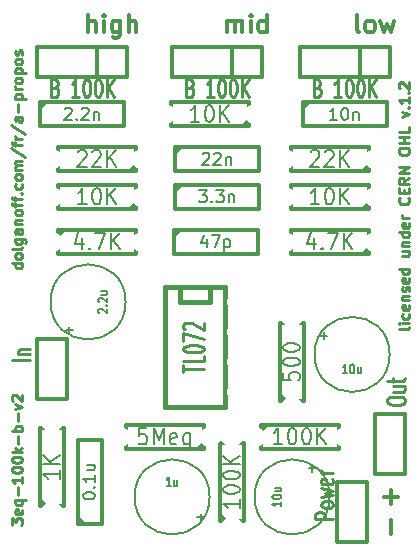
<source format=gto>
%FSLAX46Y46*%
G04 Gerber Fmt 4.6, Leading zero omitted, Abs format (unit mm)*
G04 Created by KiCad (PCBNEW (2014-08-26 BZR 5101)-product) date 01/09/2014 17:31:56*
%MOMM*%
G01*
G04 APERTURE LIST*
%ADD10C,0.100000*%
%ADD11C,0.222250*%
%ADD12C,0.300000*%
%ADD13C,0.304800*%
%ADD14C,0.127000*%
%ADD15C,0.381000*%
%ADD16C,0.203200*%
%ADD17C,0.190500*%
%ADD18C,0.254000*%
%ADD19C,1.778000*%
%ADD20R,1.778000X1.778000*%
%ADD21R,2.286000X1.778000*%
%ADD22O,2.286000X1.778000*%
G04 APERTURE END LIST*
D10*
D11*
X113432167Y-121094501D02*
X113432167Y-120544168D01*
X113770833Y-120840501D01*
X113770833Y-120713501D01*
X113813167Y-120628834D01*
X113855500Y-120586501D01*
X113940167Y-120544168D01*
X114151833Y-120544168D01*
X114236500Y-120586501D01*
X114278833Y-120628834D01*
X114321167Y-120713501D01*
X114321167Y-120967501D01*
X114278833Y-121052168D01*
X114236500Y-121094501D01*
X114278833Y-119824501D02*
X114321167Y-119909167D01*
X114321167Y-120078501D01*
X114278833Y-120163167D01*
X114194167Y-120205501D01*
X113855500Y-120205501D01*
X113770833Y-120163167D01*
X113728500Y-120078501D01*
X113728500Y-119909167D01*
X113770833Y-119824501D01*
X113855500Y-119782167D01*
X113940167Y-119782167D01*
X114024833Y-120205501D01*
X113728500Y-119020167D02*
X114617500Y-119020167D01*
X114278833Y-119020167D02*
X114321167Y-119104834D01*
X114321167Y-119274167D01*
X114278833Y-119358834D01*
X114236500Y-119401167D01*
X114151833Y-119443501D01*
X113897833Y-119443501D01*
X113813167Y-119401167D01*
X113770833Y-119358834D01*
X113728500Y-119274167D01*
X113728500Y-119104834D01*
X113770833Y-119020167D01*
X113982500Y-118596834D02*
X113982500Y-117919501D01*
X114321167Y-117030501D02*
X114321167Y-117538501D01*
X114321167Y-117284501D02*
X113432167Y-117284501D01*
X113559167Y-117369167D01*
X113643833Y-117453834D01*
X113686167Y-117538501D01*
X113432167Y-116480167D02*
X113432167Y-116395500D01*
X113474500Y-116310834D01*
X113516833Y-116268500D01*
X113601500Y-116226167D01*
X113770833Y-116183834D01*
X113982500Y-116183834D01*
X114151833Y-116226167D01*
X114236500Y-116268500D01*
X114278833Y-116310834D01*
X114321167Y-116395500D01*
X114321167Y-116480167D01*
X114278833Y-116564834D01*
X114236500Y-116607167D01*
X114151833Y-116649500D01*
X113982500Y-116691834D01*
X113770833Y-116691834D01*
X113601500Y-116649500D01*
X113516833Y-116607167D01*
X113474500Y-116564834D01*
X113432167Y-116480167D01*
X113432167Y-115633500D02*
X113432167Y-115548833D01*
X113474500Y-115464167D01*
X113516833Y-115421833D01*
X113601500Y-115379500D01*
X113770833Y-115337167D01*
X113982500Y-115337167D01*
X114151833Y-115379500D01*
X114236500Y-115421833D01*
X114278833Y-115464167D01*
X114321167Y-115548833D01*
X114321167Y-115633500D01*
X114278833Y-115718167D01*
X114236500Y-115760500D01*
X114151833Y-115802833D01*
X113982500Y-115845167D01*
X113770833Y-115845167D01*
X113601500Y-115802833D01*
X113516833Y-115760500D01*
X113474500Y-115718167D01*
X113432167Y-115633500D01*
X114321167Y-114956166D02*
X113432167Y-114956166D01*
X113982500Y-114871500D02*
X114321167Y-114617500D01*
X113728500Y-114617500D02*
X114067167Y-114956166D01*
X113982500Y-114236499D02*
X113982500Y-113559166D01*
X114321167Y-113135832D02*
X113432167Y-113135832D01*
X113770833Y-113135832D02*
X113728500Y-113051166D01*
X113728500Y-112881832D01*
X113770833Y-112797166D01*
X113813167Y-112754832D01*
X113897833Y-112712499D01*
X114151833Y-112712499D01*
X114236500Y-112754832D01*
X114278833Y-112797166D01*
X114321167Y-112881832D01*
X114321167Y-113051166D01*
X114278833Y-113135832D01*
X113982500Y-112331499D02*
X113982500Y-111654166D01*
X113728500Y-111315499D02*
X114321167Y-111103832D01*
X113728500Y-110892166D01*
X113516833Y-110595833D02*
X113474500Y-110553499D01*
X113432167Y-110468833D01*
X113432167Y-110257166D01*
X113474500Y-110172499D01*
X113516833Y-110130166D01*
X113601500Y-110087833D01*
X113686167Y-110087833D01*
X113813167Y-110130166D01*
X114321167Y-110638166D01*
X114321167Y-110087833D01*
X114321167Y-98975330D02*
X113432167Y-98975330D01*
X114278833Y-98975330D02*
X114321167Y-99059997D01*
X114321167Y-99229330D01*
X114278833Y-99313997D01*
X114236500Y-99356330D01*
X114151833Y-99398664D01*
X113897833Y-99398664D01*
X113813167Y-99356330D01*
X113770833Y-99313997D01*
X113728500Y-99229330D01*
X113728500Y-99059997D01*
X113770833Y-98975330D01*
X114321167Y-98424997D02*
X114278833Y-98509664D01*
X114236500Y-98551997D01*
X114151833Y-98594331D01*
X113897833Y-98594331D01*
X113813167Y-98551997D01*
X113770833Y-98509664D01*
X113728500Y-98424997D01*
X113728500Y-98297997D01*
X113770833Y-98213331D01*
X113813167Y-98170997D01*
X113897833Y-98128664D01*
X114151833Y-98128664D01*
X114236500Y-98170997D01*
X114278833Y-98213331D01*
X114321167Y-98297997D01*
X114321167Y-98424997D01*
X114321167Y-97620664D02*
X114278833Y-97705331D01*
X114194167Y-97747664D01*
X113432167Y-97747664D01*
X113728500Y-96900997D02*
X114448167Y-96900997D01*
X114532833Y-96943331D01*
X114575167Y-96985664D01*
X114617500Y-97070331D01*
X114617500Y-97197331D01*
X114575167Y-97281997D01*
X114278833Y-96900997D02*
X114321167Y-96985664D01*
X114321167Y-97154997D01*
X114278833Y-97239664D01*
X114236500Y-97281997D01*
X114151833Y-97324331D01*
X113897833Y-97324331D01*
X113813167Y-97281997D01*
X113770833Y-97239664D01*
X113728500Y-97154997D01*
X113728500Y-96985664D01*
X113770833Y-96900997D01*
X114321167Y-96096664D02*
X113855500Y-96096664D01*
X113770833Y-96138998D01*
X113728500Y-96223664D01*
X113728500Y-96392998D01*
X113770833Y-96477664D01*
X114278833Y-96096664D02*
X114321167Y-96181331D01*
X114321167Y-96392998D01*
X114278833Y-96477664D01*
X114194167Y-96519998D01*
X114109500Y-96519998D01*
X114024833Y-96477664D01*
X113982500Y-96392998D01*
X113982500Y-96181331D01*
X113940167Y-96096664D01*
X113728500Y-95673331D02*
X114321167Y-95673331D01*
X113813167Y-95673331D02*
X113770833Y-95630998D01*
X113728500Y-95546331D01*
X113728500Y-95419331D01*
X113770833Y-95334665D01*
X113855500Y-95292331D01*
X114321167Y-95292331D01*
X114321167Y-94741998D02*
X114278833Y-94826665D01*
X114236500Y-94868998D01*
X114151833Y-94911332D01*
X113897833Y-94911332D01*
X113813167Y-94868998D01*
X113770833Y-94826665D01*
X113728500Y-94741998D01*
X113728500Y-94614998D01*
X113770833Y-94530332D01*
X113813167Y-94487998D01*
X113897833Y-94445665D01*
X114151833Y-94445665D01*
X114236500Y-94487998D01*
X114278833Y-94530332D01*
X114321167Y-94614998D01*
X114321167Y-94741998D01*
X113728500Y-94191665D02*
X113728500Y-93852999D01*
X114321167Y-94064665D02*
X113559167Y-94064665D01*
X113474500Y-94022332D01*
X113432167Y-93937665D01*
X113432167Y-93852999D01*
X113728500Y-93683665D02*
X113728500Y-93344999D01*
X114321167Y-93556665D02*
X113559167Y-93556665D01*
X113474500Y-93514332D01*
X113432167Y-93429665D01*
X113432167Y-93344999D01*
X114236500Y-93048665D02*
X114278833Y-93006332D01*
X114321167Y-93048665D01*
X114278833Y-93090999D01*
X114236500Y-93048665D01*
X114321167Y-93048665D01*
X114278833Y-92244332D02*
X114321167Y-92328999D01*
X114321167Y-92498332D01*
X114278833Y-92582999D01*
X114236500Y-92625332D01*
X114151833Y-92667666D01*
X113897833Y-92667666D01*
X113813167Y-92625332D01*
X113770833Y-92582999D01*
X113728500Y-92498332D01*
X113728500Y-92328999D01*
X113770833Y-92244332D01*
X114321167Y-91736332D02*
X114278833Y-91820999D01*
X114236500Y-91863332D01*
X114151833Y-91905666D01*
X113897833Y-91905666D01*
X113813167Y-91863332D01*
X113770833Y-91820999D01*
X113728500Y-91736332D01*
X113728500Y-91609332D01*
X113770833Y-91524666D01*
X113813167Y-91482332D01*
X113897833Y-91439999D01*
X114151833Y-91439999D01*
X114236500Y-91482332D01*
X114278833Y-91524666D01*
X114321167Y-91609332D01*
X114321167Y-91736332D01*
X114321167Y-91058999D02*
X113728500Y-91058999D01*
X113813167Y-91058999D02*
X113770833Y-91016666D01*
X113728500Y-90931999D01*
X113728500Y-90804999D01*
X113770833Y-90720333D01*
X113855500Y-90677999D01*
X114321167Y-90677999D01*
X113855500Y-90677999D02*
X113770833Y-90635666D01*
X113728500Y-90550999D01*
X113728500Y-90423999D01*
X113770833Y-90339333D01*
X113855500Y-90296999D01*
X114321167Y-90296999D01*
X113389833Y-89238666D02*
X114532833Y-90000666D01*
X113728500Y-89069333D02*
X113728500Y-88730667D01*
X114321167Y-88942333D02*
X113559167Y-88942333D01*
X113474500Y-88900000D01*
X113432167Y-88815333D01*
X113432167Y-88730667D01*
X114321167Y-88434333D02*
X113728500Y-88434333D01*
X113897833Y-88434333D02*
X113813167Y-88392000D01*
X113770833Y-88349667D01*
X113728500Y-88265000D01*
X113728500Y-88180333D01*
X113389833Y-87249000D02*
X114532833Y-88011000D01*
X114321167Y-86571667D02*
X113855500Y-86571667D01*
X113770833Y-86614001D01*
X113728500Y-86698667D01*
X113728500Y-86868001D01*
X113770833Y-86952667D01*
X114278833Y-86571667D02*
X114321167Y-86656334D01*
X114321167Y-86868001D01*
X114278833Y-86952667D01*
X114194167Y-86995001D01*
X114109500Y-86995001D01*
X114024833Y-86952667D01*
X113982500Y-86868001D01*
X113982500Y-86656334D01*
X113940167Y-86571667D01*
X113982500Y-86148334D02*
X113982500Y-85471001D01*
X113728500Y-85047667D02*
X114617500Y-85047667D01*
X113770833Y-85047667D02*
X113728500Y-84963001D01*
X113728500Y-84793667D01*
X113770833Y-84709001D01*
X113813167Y-84666667D01*
X113897833Y-84624334D01*
X114151833Y-84624334D01*
X114236500Y-84666667D01*
X114278833Y-84709001D01*
X114321167Y-84793667D01*
X114321167Y-84963001D01*
X114278833Y-85047667D01*
X114321167Y-84243334D02*
X113728500Y-84243334D01*
X113897833Y-84243334D02*
X113813167Y-84201001D01*
X113770833Y-84158668D01*
X113728500Y-84074001D01*
X113728500Y-83989334D01*
X114321167Y-83566001D02*
X114278833Y-83650668D01*
X114236500Y-83693001D01*
X114151833Y-83735335D01*
X113897833Y-83735335D01*
X113813167Y-83693001D01*
X113770833Y-83650668D01*
X113728500Y-83566001D01*
X113728500Y-83439001D01*
X113770833Y-83354335D01*
X113813167Y-83312001D01*
X113897833Y-83269668D01*
X114151833Y-83269668D01*
X114236500Y-83312001D01*
X114278833Y-83354335D01*
X114321167Y-83439001D01*
X114321167Y-83566001D01*
X113728500Y-82888668D02*
X114617500Y-82888668D01*
X113770833Y-82888668D02*
X113728500Y-82804002D01*
X113728500Y-82634668D01*
X113770833Y-82550002D01*
X113813167Y-82507668D01*
X113897833Y-82465335D01*
X114151833Y-82465335D01*
X114236500Y-82507668D01*
X114278833Y-82550002D01*
X114321167Y-82634668D01*
X114321167Y-82804002D01*
X114278833Y-82888668D01*
X114321167Y-81957335D02*
X114278833Y-82042002D01*
X114236500Y-82084335D01*
X114151833Y-82126669D01*
X113897833Y-82126669D01*
X113813167Y-82084335D01*
X113770833Y-82042002D01*
X113728500Y-81957335D01*
X113728500Y-81830335D01*
X113770833Y-81745669D01*
X113813167Y-81703335D01*
X113897833Y-81661002D01*
X114151833Y-81661002D01*
X114236500Y-81703335D01*
X114278833Y-81745669D01*
X114321167Y-81830335D01*
X114321167Y-81957335D01*
X114278833Y-81322336D02*
X114321167Y-81237669D01*
X114321167Y-81068336D01*
X114278833Y-80983669D01*
X114194167Y-80941336D01*
X114151833Y-80941336D01*
X114067167Y-80983669D01*
X114024833Y-81068336D01*
X114024833Y-81195336D01*
X113982500Y-81280002D01*
X113897833Y-81322336D01*
X113855500Y-81322336D01*
X113770833Y-81280002D01*
X113728500Y-81195336D01*
X113728500Y-81068336D01*
X113770833Y-80983669D01*
X147087167Y-104393997D02*
X147044833Y-104478664D01*
X146960167Y-104520997D01*
X146198167Y-104520997D01*
X147087167Y-104055330D02*
X146494500Y-104055330D01*
X146198167Y-104055330D02*
X146240500Y-104097664D01*
X146282833Y-104055330D01*
X146240500Y-104012997D01*
X146198167Y-104055330D01*
X146282833Y-104055330D01*
X147044833Y-103250997D02*
X147087167Y-103335664D01*
X147087167Y-103504997D01*
X147044833Y-103589664D01*
X147002500Y-103631997D01*
X146917833Y-103674331D01*
X146663833Y-103674331D01*
X146579167Y-103631997D01*
X146536833Y-103589664D01*
X146494500Y-103504997D01*
X146494500Y-103335664D01*
X146536833Y-103250997D01*
X147044833Y-102531331D02*
X147087167Y-102615997D01*
X147087167Y-102785331D01*
X147044833Y-102869997D01*
X146960167Y-102912331D01*
X146621500Y-102912331D01*
X146536833Y-102869997D01*
X146494500Y-102785331D01*
X146494500Y-102615997D01*
X146536833Y-102531331D01*
X146621500Y-102488997D01*
X146706167Y-102488997D01*
X146790833Y-102912331D01*
X146494500Y-102107997D02*
X147087167Y-102107997D01*
X146579167Y-102107997D02*
X146536833Y-102065664D01*
X146494500Y-101980997D01*
X146494500Y-101853997D01*
X146536833Y-101769331D01*
X146621500Y-101726997D01*
X147087167Y-101726997D01*
X147044833Y-101345998D02*
X147087167Y-101261331D01*
X147087167Y-101091998D01*
X147044833Y-101007331D01*
X146960167Y-100964998D01*
X146917833Y-100964998D01*
X146833167Y-101007331D01*
X146790833Y-101091998D01*
X146790833Y-101218998D01*
X146748500Y-101303664D01*
X146663833Y-101345998D01*
X146621500Y-101345998D01*
X146536833Y-101303664D01*
X146494500Y-101218998D01*
X146494500Y-101091998D01*
X146536833Y-101007331D01*
X147044833Y-100245331D02*
X147087167Y-100329997D01*
X147087167Y-100499331D01*
X147044833Y-100583997D01*
X146960167Y-100626331D01*
X146621500Y-100626331D01*
X146536833Y-100583997D01*
X146494500Y-100499331D01*
X146494500Y-100329997D01*
X146536833Y-100245331D01*
X146621500Y-100202997D01*
X146706167Y-100202997D01*
X146790833Y-100626331D01*
X147087167Y-99440997D02*
X146198167Y-99440997D01*
X147044833Y-99440997D02*
X147087167Y-99525664D01*
X147087167Y-99694997D01*
X147044833Y-99779664D01*
X147002500Y-99821997D01*
X146917833Y-99864331D01*
X146663833Y-99864331D01*
X146579167Y-99821997D01*
X146536833Y-99779664D01*
X146494500Y-99694997D01*
X146494500Y-99525664D01*
X146536833Y-99440997D01*
X146494500Y-97959331D02*
X147087167Y-97959331D01*
X146494500Y-98340331D02*
X146960167Y-98340331D01*
X147044833Y-98297998D01*
X147087167Y-98213331D01*
X147087167Y-98086331D01*
X147044833Y-98001665D01*
X147002500Y-97959331D01*
X146494500Y-97535998D02*
X147087167Y-97535998D01*
X146579167Y-97535998D02*
X146536833Y-97493665D01*
X146494500Y-97408998D01*
X146494500Y-97281998D01*
X146536833Y-97197332D01*
X146621500Y-97154998D01*
X147087167Y-97154998D01*
X147087167Y-96350665D02*
X146198167Y-96350665D01*
X147044833Y-96350665D02*
X147087167Y-96435332D01*
X147087167Y-96604665D01*
X147044833Y-96689332D01*
X147002500Y-96731665D01*
X146917833Y-96773999D01*
X146663833Y-96773999D01*
X146579167Y-96731665D01*
X146536833Y-96689332D01*
X146494500Y-96604665D01*
X146494500Y-96435332D01*
X146536833Y-96350665D01*
X147044833Y-95588666D02*
X147087167Y-95673332D01*
X147087167Y-95842666D01*
X147044833Y-95927332D01*
X146960167Y-95969666D01*
X146621500Y-95969666D01*
X146536833Y-95927332D01*
X146494500Y-95842666D01*
X146494500Y-95673332D01*
X146536833Y-95588666D01*
X146621500Y-95546332D01*
X146706167Y-95546332D01*
X146790833Y-95969666D01*
X147087167Y-95165332D02*
X146494500Y-95165332D01*
X146663833Y-95165332D02*
X146579167Y-95122999D01*
X146536833Y-95080666D01*
X146494500Y-94995999D01*
X146494500Y-94911332D01*
X147002500Y-93429666D02*
X147044833Y-93472000D01*
X147087167Y-93599000D01*
X147087167Y-93683666D01*
X147044833Y-93810666D01*
X146960167Y-93895333D01*
X146875500Y-93937666D01*
X146706167Y-93980000D01*
X146579167Y-93980000D01*
X146409833Y-93937666D01*
X146325167Y-93895333D01*
X146240500Y-93810666D01*
X146198167Y-93683666D01*
X146198167Y-93599000D01*
X146240500Y-93472000D01*
X146282833Y-93429666D01*
X146621500Y-93048666D02*
X146621500Y-92752333D01*
X147087167Y-92625333D02*
X147087167Y-93048666D01*
X146198167Y-93048666D01*
X146198167Y-92625333D01*
X147087167Y-91736333D02*
X146663833Y-92032667D01*
X147087167Y-92244333D02*
X146198167Y-92244333D01*
X146198167Y-91905667D01*
X146240500Y-91821000D01*
X146282833Y-91778667D01*
X146367500Y-91736333D01*
X146494500Y-91736333D01*
X146579167Y-91778667D01*
X146621500Y-91821000D01*
X146663833Y-91905667D01*
X146663833Y-92244333D01*
X147087167Y-91355333D02*
X146198167Y-91355333D01*
X147087167Y-90847333D01*
X146198167Y-90847333D01*
X146198167Y-89577334D02*
X146198167Y-89408001D01*
X146240500Y-89323334D01*
X146325167Y-89238667D01*
X146494500Y-89196334D01*
X146790833Y-89196334D01*
X146960167Y-89238667D01*
X147044833Y-89323334D01*
X147087167Y-89408001D01*
X147087167Y-89577334D01*
X147044833Y-89662001D01*
X146960167Y-89746667D01*
X146790833Y-89789001D01*
X146494500Y-89789001D01*
X146325167Y-89746667D01*
X146240500Y-89662001D01*
X146198167Y-89577334D01*
X147087167Y-88815334D02*
X146198167Y-88815334D01*
X146621500Y-88815334D02*
X146621500Y-88307334D01*
X147087167Y-88307334D02*
X146198167Y-88307334D01*
X147087167Y-87460668D02*
X147087167Y-87884001D01*
X146198167Y-87884001D01*
X146494500Y-86571668D02*
X147087167Y-86360001D01*
X146494500Y-86148335D01*
X147002500Y-85809668D02*
X147044833Y-85767335D01*
X147087167Y-85809668D01*
X147044833Y-85852002D01*
X147002500Y-85809668D01*
X147087167Y-85809668D01*
X147087167Y-84920669D02*
X147087167Y-85428669D01*
X147087167Y-85174669D02*
X146198167Y-85174669D01*
X146325167Y-85259335D01*
X146409833Y-85344002D01*
X146452167Y-85428669D01*
X147002500Y-84539668D02*
X147044833Y-84497335D01*
X147087167Y-84539668D01*
X147044833Y-84582002D01*
X147002500Y-84539668D01*
X147087167Y-84539668D01*
X146282833Y-84158669D02*
X146240500Y-84116335D01*
X146198167Y-84031669D01*
X146198167Y-83820002D01*
X146240500Y-83735335D01*
X146282833Y-83693002D01*
X146367500Y-83650669D01*
X146452167Y-83650669D01*
X146579167Y-83693002D01*
X147087167Y-84201002D01*
X147087167Y-83650669D01*
D12*
X145522143Y-119316428D02*
X145522143Y-118173571D01*
X146093571Y-118745000D02*
X144950714Y-118745000D01*
X145522143Y-121856428D02*
X145522143Y-120713571D01*
X119884286Y-79418571D02*
X119884286Y-77918571D01*
X120527143Y-79418571D02*
X120527143Y-78632857D01*
X120455714Y-78490000D01*
X120312857Y-78418571D01*
X120098572Y-78418571D01*
X119955714Y-78490000D01*
X119884286Y-78561429D01*
X121241429Y-79418571D02*
X121241429Y-78418571D01*
X121241429Y-77918571D02*
X121170000Y-77990000D01*
X121241429Y-78061429D01*
X121312857Y-77990000D01*
X121241429Y-77918571D01*
X121241429Y-78061429D01*
X122598572Y-78418571D02*
X122598572Y-79632857D01*
X122527143Y-79775714D01*
X122455715Y-79847143D01*
X122312858Y-79918571D01*
X122098572Y-79918571D01*
X121955715Y-79847143D01*
X122598572Y-79347143D02*
X122455715Y-79418571D01*
X122170001Y-79418571D01*
X122027143Y-79347143D01*
X121955715Y-79275714D01*
X121884286Y-79132857D01*
X121884286Y-78704286D01*
X121955715Y-78561429D01*
X122027143Y-78490000D01*
X122170001Y-78418571D01*
X122455715Y-78418571D01*
X122598572Y-78490000D01*
X123312858Y-79418571D02*
X123312858Y-77918571D01*
X123955715Y-79418571D02*
X123955715Y-78632857D01*
X123884286Y-78490000D01*
X123741429Y-78418571D01*
X123527144Y-78418571D01*
X123384286Y-78490000D01*
X123312858Y-78561429D01*
X131671429Y-79418571D02*
X131671429Y-78418571D01*
X131671429Y-78561429D02*
X131742857Y-78490000D01*
X131885715Y-78418571D01*
X132100000Y-78418571D01*
X132242857Y-78490000D01*
X132314286Y-78632857D01*
X132314286Y-79418571D01*
X132314286Y-78632857D02*
X132385715Y-78490000D01*
X132528572Y-78418571D01*
X132742857Y-78418571D01*
X132885715Y-78490000D01*
X132957143Y-78632857D01*
X132957143Y-79418571D01*
X133671429Y-79418571D02*
X133671429Y-78418571D01*
X133671429Y-77918571D02*
X133600000Y-77990000D01*
X133671429Y-78061429D01*
X133742857Y-77990000D01*
X133671429Y-77918571D01*
X133671429Y-78061429D01*
X135028572Y-79418571D02*
X135028572Y-77918571D01*
X135028572Y-79347143D02*
X134885715Y-79418571D01*
X134600001Y-79418571D01*
X134457143Y-79347143D01*
X134385715Y-79275714D01*
X134314286Y-79132857D01*
X134314286Y-78704286D01*
X134385715Y-78561429D01*
X134457143Y-78490000D01*
X134600001Y-78418571D01*
X134885715Y-78418571D01*
X135028572Y-78490000D01*
X142859286Y-79418571D02*
X142716428Y-79347143D01*
X142645000Y-79204286D01*
X142645000Y-77918571D01*
X143645000Y-79418571D02*
X143502142Y-79347143D01*
X143430714Y-79275714D01*
X143359285Y-79132857D01*
X143359285Y-78704286D01*
X143430714Y-78561429D01*
X143502142Y-78490000D01*
X143645000Y-78418571D01*
X143859285Y-78418571D01*
X144002142Y-78490000D01*
X144073571Y-78561429D01*
X144145000Y-78704286D01*
X144145000Y-79132857D01*
X144073571Y-79275714D01*
X144002142Y-79347143D01*
X143859285Y-79418571D01*
X143645000Y-79418571D01*
X144645000Y-78418571D02*
X144930714Y-79418571D01*
X145216428Y-78704286D01*
X145502143Y-79418571D01*
X145787857Y-78418571D01*
D13*
X118999000Y-121031000D02*
X118999000Y-113919000D01*
X118999000Y-113919000D02*
X121031000Y-113919000D01*
X121031000Y-113919000D02*
X121031000Y-121031000D01*
X121031000Y-121031000D02*
X118999000Y-121031000D01*
X119507000Y-121031000D02*
X118999000Y-120523000D01*
D14*
X123065539Y-102235000D02*
G75*
G03X123065539Y-102235000I-3177539J0D01*
G74*
G01*
D13*
X127254000Y-89154000D02*
X134366000Y-89154000D01*
X134366000Y-89154000D02*
X134366000Y-91186000D01*
X134366000Y-91186000D02*
X127254000Y-91186000D01*
X127254000Y-91186000D02*
X127254000Y-89154000D01*
X127254000Y-89662000D02*
X127762000Y-89154000D01*
X127254000Y-92329000D02*
X134366000Y-92329000D01*
X134366000Y-92329000D02*
X134366000Y-94361000D01*
X134366000Y-94361000D02*
X127254000Y-94361000D01*
X127254000Y-94361000D02*
X127254000Y-92329000D01*
X127254000Y-92837000D02*
X127762000Y-92329000D01*
X138049000Y-85344000D02*
X145161000Y-85344000D01*
X145161000Y-85344000D02*
X145161000Y-87376000D01*
X145161000Y-87376000D02*
X138049000Y-87376000D01*
X138049000Y-87376000D02*
X138049000Y-85344000D01*
X138049000Y-85852000D02*
X138557000Y-85344000D01*
X115824000Y-85344000D02*
X122936000Y-85344000D01*
X122936000Y-85344000D02*
X122936000Y-87376000D01*
X122936000Y-87376000D02*
X115824000Y-87376000D01*
X115824000Y-87376000D02*
X115824000Y-85344000D01*
X115824000Y-85852000D02*
X116332000Y-85344000D01*
D14*
X145417539Y-106680000D02*
G75*
G03X145417539Y-106680000I-3177539J0D01*
G74*
G01*
X130177539Y-118745000D02*
G75*
G03X130177539Y-118745000I-3177539J0D01*
G74*
G01*
X140337539Y-118745000D02*
G75*
G03X140337539Y-118745000I-3177539J0D01*
G74*
G01*
D13*
X118110000Y-110490000D02*
X115570000Y-110490000D01*
X115570000Y-110490000D02*
X115570000Y-105410000D01*
X115570000Y-105410000D02*
X118110000Y-105410000D01*
X118110000Y-105410000D02*
X118110000Y-110490000D01*
X146685000Y-116840000D02*
X144145000Y-116840000D01*
X144145000Y-116840000D02*
X144145000Y-111760000D01*
X144145000Y-111760000D02*
X146685000Y-111760000D01*
X146685000Y-111760000D02*
X146685000Y-116840000D01*
X143510000Y-122555000D02*
X140970000Y-122555000D01*
X140970000Y-122555000D02*
X140970000Y-117475000D01*
X140970000Y-117475000D02*
X143510000Y-117475000D01*
X143510000Y-117475000D02*
X143510000Y-122555000D01*
X116840000Y-120015000D02*
X116840000Y-119507000D01*
X116840000Y-112395000D02*
X116840000Y-112903000D01*
X116840000Y-112903000D02*
X115824000Y-112903000D01*
X115824000Y-112903000D02*
X115824000Y-119507000D01*
X115824000Y-119507000D02*
X117856000Y-119507000D01*
X117856000Y-119507000D02*
X117856000Y-112903000D01*
X117856000Y-112903000D02*
X116840000Y-112903000D01*
X116332000Y-119507000D02*
X115824000Y-118999000D01*
X130175000Y-113665000D02*
X129667000Y-113665000D01*
X122555000Y-113665000D02*
X123063000Y-113665000D01*
X123063000Y-113665000D02*
X123063000Y-114681000D01*
X123063000Y-114681000D02*
X129667000Y-114681000D01*
X129667000Y-114681000D02*
X129667000Y-112649000D01*
X129667000Y-112649000D02*
X123063000Y-112649000D01*
X123063000Y-112649000D02*
X123063000Y-113665000D01*
X129667000Y-114173000D02*
X129159000Y-114681000D01*
X124460000Y-90170000D02*
X123952000Y-90170000D01*
X116840000Y-90170000D02*
X117348000Y-90170000D01*
X117348000Y-90170000D02*
X117348000Y-91186000D01*
X117348000Y-91186000D02*
X123952000Y-91186000D01*
X123952000Y-91186000D02*
X123952000Y-89154000D01*
X123952000Y-89154000D02*
X117348000Y-89154000D01*
X117348000Y-89154000D02*
X117348000Y-90170000D01*
X123952000Y-90678000D02*
X123444000Y-91186000D01*
X124460000Y-93345000D02*
X123952000Y-93345000D01*
X116840000Y-93345000D02*
X117348000Y-93345000D01*
X117348000Y-93345000D02*
X117348000Y-94361000D01*
X117348000Y-94361000D02*
X123952000Y-94361000D01*
X123952000Y-94361000D02*
X123952000Y-92329000D01*
X123952000Y-92329000D02*
X117348000Y-92329000D01*
X117348000Y-92329000D02*
X117348000Y-93345000D01*
X123952000Y-93853000D02*
X123444000Y-94361000D01*
X116840000Y-97155000D02*
X117348000Y-97155000D01*
X124460000Y-97155000D02*
X123952000Y-97155000D01*
X123952000Y-97155000D02*
X123952000Y-96139000D01*
X123952000Y-96139000D02*
X117348000Y-96139000D01*
X117348000Y-96139000D02*
X117348000Y-98171000D01*
X117348000Y-98171000D02*
X123952000Y-98171000D01*
X123952000Y-98171000D02*
X123952000Y-97155000D01*
X117348000Y-96647000D02*
X117856000Y-96139000D01*
X133985000Y-86360000D02*
X133477000Y-86360000D01*
X126365000Y-86360000D02*
X126873000Y-86360000D01*
X126873000Y-86360000D02*
X126873000Y-87376000D01*
X126873000Y-87376000D02*
X133477000Y-87376000D01*
X133477000Y-87376000D02*
X133477000Y-85344000D01*
X133477000Y-85344000D02*
X126873000Y-85344000D01*
X126873000Y-85344000D02*
X126873000Y-86360000D01*
X133477000Y-86868000D02*
X132969000Y-87376000D01*
X144145000Y-90170000D02*
X143637000Y-90170000D01*
X136525000Y-90170000D02*
X137033000Y-90170000D01*
X137033000Y-90170000D02*
X137033000Y-91186000D01*
X137033000Y-91186000D02*
X143637000Y-91186000D01*
X143637000Y-91186000D02*
X143637000Y-89154000D01*
X143637000Y-89154000D02*
X137033000Y-89154000D01*
X137033000Y-89154000D02*
X137033000Y-90170000D01*
X143637000Y-90678000D02*
X143129000Y-91186000D01*
X144145000Y-93345000D02*
X143637000Y-93345000D01*
X136525000Y-93345000D02*
X137033000Y-93345000D01*
X137033000Y-93345000D02*
X137033000Y-94361000D01*
X137033000Y-94361000D02*
X143637000Y-94361000D01*
X143637000Y-94361000D02*
X143637000Y-92329000D01*
X143637000Y-92329000D02*
X137033000Y-92329000D01*
X137033000Y-92329000D02*
X137033000Y-93345000D01*
X143637000Y-93853000D02*
X143129000Y-94361000D01*
X144145000Y-97155000D02*
X143637000Y-97155000D01*
X136525000Y-97155000D02*
X137033000Y-97155000D01*
X137033000Y-97155000D02*
X137033000Y-98171000D01*
X137033000Y-98171000D02*
X143637000Y-98171000D01*
X143637000Y-98171000D02*
X143637000Y-96139000D01*
X143637000Y-96139000D02*
X137033000Y-96139000D01*
X137033000Y-96139000D02*
X137033000Y-97155000D01*
X143637000Y-97663000D02*
X143129000Y-98171000D01*
X137160000Y-111125000D02*
X137160000Y-110617000D01*
X137160000Y-103505000D02*
X137160000Y-104013000D01*
X137160000Y-104013000D02*
X136144000Y-104013000D01*
X136144000Y-104013000D02*
X136144000Y-110617000D01*
X136144000Y-110617000D02*
X138176000Y-110617000D01*
X138176000Y-110617000D02*
X138176000Y-104013000D01*
X138176000Y-104013000D02*
X137160000Y-104013000D01*
X136652000Y-110617000D02*
X136144000Y-110109000D01*
X133985000Y-113665000D02*
X134493000Y-113665000D01*
X141605000Y-113665000D02*
X141097000Y-113665000D01*
X141097000Y-113665000D02*
X141097000Y-112649000D01*
X141097000Y-112649000D02*
X134493000Y-112649000D01*
X134493000Y-112649000D02*
X134493000Y-114681000D01*
X134493000Y-114681000D02*
X141097000Y-114681000D01*
X141097000Y-114681000D02*
X141097000Y-113665000D01*
X134493000Y-113157000D02*
X135001000Y-112649000D01*
X132080000Y-121285000D02*
X132080000Y-120777000D01*
X132080000Y-113665000D02*
X132080000Y-114173000D01*
X132080000Y-114173000D02*
X131064000Y-114173000D01*
X131064000Y-114173000D02*
X131064000Y-120777000D01*
X131064000Y-120777000D02*
X133096000Y-120777000D01*
X133096000Y-120777000D02*
X133096000Y-114173000D01*
X133096000Y-114173000D02*
X132080000Y-114173000D01*
X131572000Y-120777000D02*
X131064000Y-120269000D01*
X145415000Y-80645000D02*
X145415000Y-83185000D01*
X145415000Y-83185000D02*
X137795000Y-83185000D01*
X137795000Y-83185000D02*
X137795000Y-80645000D01*
X137795000Y-80645000D02*
X145415000Y-80645000D01*
X142875000Y-83185000D02*
X142875000Y-80645000D01*
X134620000Y-80645000D02*
X134620000Y-83185000D01*
X134620000Y-83185000D02*
X127000000Y-83185000D01*
X127000000Y-83185000D02*
X127000000Y-80645000D01*
X127000000Y-80645000D02*
X134620000Y-80645000D01*
X132080000Y-83185000D02*
X132080000Y-80645000D01*
X123190000Y-80645000D02*
X123190000Y-83185000D01*
X123190000Y-83185000D02*
X115570000Y-83185000D01*
X115570000Y-83185000D02*
X115570000Y-80645000D01*
X115570000Y-80645000D02*
X123190000Y-80645000D01*
X120650000Y-83185000D02*
X120650000Y-80645000D01*
D15*
X130175000Y-100965000D02*
X130175000Y-102235000D01*
X130175000Y-102235000D02*
X127635000Y-102235000D01*
X127635000Y-102235000D02*
X127635000Y-100965000D01*
X131445000Y-100965000D02*
X131445000Y-111125000D01*
X131445000Y-111125000D02*
X126365000Y-111125000D01*
X126365000Y-111125000D02*
X126365000Y-100965000D01*
X126365000Y-100965000D02*
X131445000Y-100965000D01*
D13*
X127127000Y-96139000D02*
X134239000Y-96139000D01*
X134239000Y-96139000D02*
X134239000Y-98171000D01*
X134239000Y-98171000D02*
X127127000Y-98171000D01*
X127127000Y-98171000D02*
X127127000Y-96139000D01*
X127127000Y-96647000D02*
X127635000Y-96139000D01*
D16*
X119458619Y-118708714D02*
X119458619Y-118611953D01*
X119507000Y-118515191D01*
X119555381Y-118466810D01*
X119652143Y-118418429D01*
X119845667Y-118370048D01*
X120087571Y-118370048D01*
X120281095Y-118418429D01*
X120377857Y-118466810D01*
X120426238Y-118515191D01*
X120474619Y-118611953D01*
X120474619Y-118708714D01*
X120426238Y-118805476D01*
X120377857Y-118853857D01*
X120281095Y-118902238D01*
X120087571Y-118950619D01*
X119845667Y-118950619D01*
X119652143Y-118902238D01*
X119555381Y-118853857D01*
X119507000Y-118805476D01*
X119458619Y-118708714D01*
X120377857Y-117934619D02*
X120426238Y-117886238D01*
X120474619Y-117934619D01*
X120426238Y-117983000D01*
X120377857Y-117934619D01*
X120474619Y-117934619D01*
X120474619Y-116918619D02*
X120474619Y-117499190D01*
X120474619Y-117208904D02*
X119458619Y-117208904D01*
X119603762Y-117305666D01*
X119700524Y-117402428D01*
X119748905Y-117499190D01*
X119797286Y-116047762D02*
X120474619Y-116047762D01*
X119797286Y-116483190D02*
X120329476Y-116483190D01*
X120426238Y-116434809D01*
X120474619Y-116338047D01*
X120474619Y-116192905D01*
X120426238Y-116096143D01*
X120377857Y-116047762D01*
D14*
X120813286Y-103157262D02*
X120777000Y-103127024D01*
X120740714Y-103066547D01*
X120740714Y-102915357D01*
X120777000Y-102854881D01*
X120813286Y-102824643D01*
X120885857Y-102794404D01*
X120958429Y-102794404D01*
X121067286Y-102824643D01*
X121502714Y-103187500D01*
X121502714Y-102794404D01*
X121430143Y-102522262D02*
X121466429Y-102492023D01*
X121502714Y-102522262D01*
X121466429Y-102552500D01*
X121430143Y-102522262D01*
X121502714Y-102522262D01*
X120813286Y-102250119D02*
X120777000Y-102219881D01*
X120740714Y-102159404D01*
X120740714Y-102008214D01*
X120777000Y-101947738D01*
X120813286Y-101917500D01*
X120885857Y-101887261D01*
X120958429Y-101887261D01*
X121067286Y-101917500D01*
X121502714Y-102280357D01*
X121502714Y-101887261D01*
X120994714Y-101342976D02*
X121502714Y-101342976D01*
X120994714Y-101615119D02*
X121393857Y-101615119D01*
X121466429Y-101584880D01*
X121502714Y-101524404D01*
X121502714Y-101433690D01*
X121466429Y-101373214D01*
X121430143Y-101342976D01*
D17*
X118291429Y-104938285D02*
X118291429Y-104357714D01*
X118581714Y-104648000D02*
X118001143Y-104648000D01*
D16*
X129576286Y-89710381D02*
X129624667Y-89662000D01*
X129721429Y-89613619D01*
X129963333Y-89613619D01*
X130060095Y-89662000D01*
X130108476Y-89710381D01*
X130156857Y-89807143D01*
X130156857Y-89903905D01*
X130108476Y-90049048D01*
X129527905Y-90629619D01*
X130156857Y-90629619D01*
X130543905Y-89710381D02*
X130592286Y-89662000D01*
X130689048Y-89613619D01*
X130930952Y-89613619D01*
X131027714Y-89662000D01*
X131076095Y-89710381D01*
X131124476Y-89807143D01*
X131124476Y-89903905D01*
X131076095Y-90049048D01*
X130495524Y-90629619D01*
X131124476Y-90629619D01*
X131559905Y-89952286D02*
X131559905Y-90629619D01*
X131559905Y-90049048D02*
X131608286Y-90000667D01*
X131705048Y-89952286D01*
X131850190Y-89952286D01*
X131946952Y-90000667D01*
X131995333Y-90097429D01*
X131995333Y-90629619D01*
X129286000Y-92788619D02*
X129914952Y-92788619D01*
X129576286Y-93175667D01*
X129721428Y-93175667D01*
X129818190Y-93224048D01*
X129866571Y-93272429D01*
X129914952Y-93369190D01*
X129914952Y-93611095D01*
X129866571Y-93707857D01*
X129818190Y-93756238D01*
X129721428Y-93804619D01*
X129431143Y-93804619D01*
X129334381Y-93756238D01*
X129286000Y-93707857D01*
X130350381Y-93707857D02*
X130398762Y-93756238D01*
X130350381Y-93804619D01*
X130302000Y-93756238D01*
X130350381Y-93707857D01*
X130350381Y-93804619D01*
X130737429Y-92788619D02*
X131366381Y-92788619D01*
X131027715Y-93175667D01*
X131172857Y-93175667D01*
X131269619Y-93224048D01*
X131318000Y-93272429D01*
X131366381Y-93369190D01*
X131366381Y-93611095D01*
X131318000Y-93707857D01*
X131269619Y-93756238D01*
X131172857Y-93804619D01*
X130882572Y-93804619D01*
X130785810Y-93756238D01*
X130737429Y-93707857D01*
X131801810Y-93127286D02*
X131801810Y-93804619D01*
X131801810Y-93224048D02*
X131850191Y-93175667D01*
X131946953Y-93127286D01*
X132092095Y-93127286D01*
X132188857Y-93175667D01*
X132237238Y-93272429D01*
X132237238Y-93804619D01*
X140951857Y-86819619D02*
X140371286Y-86819619D01*
X140661572Y-86819619D02*
X140661572Y-85803619D01*
X140564810Y-85948762D01*
X140468048Y-86045524D01*
X140371286Y-86093905D01*
X141580810Y-85803619D02*
X141677571Y-85803619D01*
X141774333Y-85852000D01*
X141822714Y-85900381D01*
X141871095Y-85997143D01*
X141919476Y-86190667D01*
X141919476Y-86432571D01*
X141871095Y-86626095D01*
X141822714Y-86722857D01*
X141774333Y-86771238D01*
X141677571Y-86819619D01*
X141580810Y-86819619D01*
X141484048Y-86771238D01*
X141435667Y-86722857D01*
X141387286Y-86626095D01*
X141338905Y-86432571D01*
X141338905Y-86190667D01*
X141387286Y-85997143D01*
X141435667Y-85900381D01*
X141484048Y-85852000D01*
X141580810Y-85803619D01*
X142354905Y-86142286D02*
X142354905Y-86819619D01*
X142354905Y-86239048D02*
X142403286Y-86190667D01*
X142500048Y-86142286D01*
X142645190Y-86142286D01*
X142741952Y-86190667D01*
X142790333Y-86287429D01*
X142790333Y-86819619D01*
X117904381Y-85900381D02*
X117952762Y-85852000D01*
X118049524Y-85803619D01*
X118291428Y-85803619D01*
X118388190Y-85852000D01*
X118436571Y-85900381D01*
X118484952Y-85997143D01*
X118484952Y-86093905D01*
X118436571Y-86239048D01*
X117856000Y-86819619D01*
X118484952Y-86819619D01*
X118920381Y-86722857D02*
X118968762Y-86771238D01*
X118920381Y-86819619D01*
X118872000Y-86771238D01*
X118920381Y-86722857D01*
X118920381Y-86819619D01*
X119355810Y-85900381D02*
X119404191Y-85852000D01*
X119500953Y-85803619D01*
X119742857Y-85803619D01*
X119839619Y-85852000D01*
X119888000Y-85900381D01*
X119936381Y-85997143D01*
X119936381Y-86093905D01*
X119888000Y-86239048D01*
X119307429Y-86819619D01*
X119936381Y-86819619D01*
X120371810Y-86142286D02*
X120371810Y-86819619D01*
X120371810Y-86239048D02*
X120420191Y-86190667D01*
X120516953Y-86142286D01*
X120662095Y-86142286D01*
X120758857Y-86190667D01*
X120807238Y-86287429D01*
X120807238Y-86819619D01*
D14*
X141831786Y-108294714D02*
X141468928Y-108294714D01*
X141650357Y-108294714D02*
X141650357Y-107532714D01*
X141589881Y-107641571D01*
X141529405Y-107714143D01*
X141468928Y-107750429D01*
X142224881Y-107532714D02*
X142285357Y-107532714D01*
X142345833Y-107569000D01*
X142376071Y-107605286D01*
X142406309Y-107677857D01*
X142436548Y-107823000D01*
X142436548Y-108004429D01*
X142406309Y-108149571D01*
X142376071Y-108222143D01*
X142345833Y-108258429D01*
X142285357Y-108294714D01*
X142224881Y-108294714D01*
X142164405Y-108258429D01*
X142134167Y-108222143D01*
X142103928Y-108149571D01*
X142073690Y-108004429D01*
X142073690Y-107823000D01*
X142103928Y-107677857D01*
X142134167Y-107605286D01*
X142164405Y-107569000D01*
X142224881Y-107532714D01*
X142980833Y-107786714D02*
X142980833Y-108294714D01*
X142708690Y-107786714D02*
X142708690Y-108185857D01*
X142738929Y-108258429D01*
X142799405Y-108294714D01*
X142890119Y-108294714D01*
X142950595Y-108258429D01*
X142980833Y-108222143D01*
D17*
X139536715Y-105083429D02*
X140117286Y-105083429D01*
X139827000Y-105373714D02*
X139827000Y-104793143D01*
D16*
D14*
X126894167Y-117819714D02*
X126531309Y-117819714D01*
X126712738Y-117819714D02*
X126712738Y-117057714D01*
X126652262Y-117166571D01*
X126591786Y-117239143D01*
X126531309Y-117275429D01*
X127438452Y-117311714D02*
X127438452Y-117819714D01*
X127166309Y-117311714D02*
X127166309Y-117710857D01*
X127196548Y-117783429D01*
X127257024Y-117819714D01*
X127347738Y-117819714D01*
X127408214Y-117783429D01*
X127438452Y-117747143D01*
D17*
X129122715Y-120450429D02*
X129703286Y-120450429D01*
X129413000Y-120740714D02*
X129413000Y-120160143D01*
D16*
D14*
X136234714Y-119153214D02*
X136234714Y-119516072D01*
X136234714Y-119334643D02*
X135472714Y-119334643D01*
X135581571Y-119395119D01*
X135654143Y-119455595D01*
X135690429Y-119516072D01*
X135472714Y-118760119D02*
X135472714Y-118699643D01*
X135509000Y-118639167D01*
X135545286Y-118608929D01*
X135617857Y-118578691D01*
X135763000Y-118548452D01*
X135944429Y-118548452D01*
X136089571Y-118578691D01*
X136162143Y-118608929D01*
X136198429Y-118639167D01*
X136234714Y-118699643D01*
X136234714Y-118760119D01*
X136198429Y-118820595D01*
X136162143Y-118850833D01*
X136089571Y-118881072D01*
X135944429Y-118911310D01*
X135763000Y-118911310D01*
X135617857Y-118881072D01*
X135545286Y-118850833D01*
X135509000Y-118820595D01*
X135472714Y-118760119D01*
X135726714Y-118004167D02*
X136234714Y-118004167D01*
X135726714Y-118276310D02*
X136125857Y-118276310D01*
X136198429Y-118246071D01*
X136234714Y-118185595D01*
X136234714Y-118094881D01*
X136198429Y-118034405D01*
X136162143Y-118004167D01*
D17*
X138865429Y-116622285D02*
X138865429Y-116041714D01*
X139155714Y-116332000D02*
X138575143Y-116332000D01*
D16*
D18*
X114989429Y-107139619D02*
X113465429Y-107139619D01*
X113973429Y-106655809D02*
X114989429Y-106655809D01*
X114118571Y-106655809D02*
X114046000Y-106607428D01*
X113973429Y-106510666D01*
X113973429Y-106365524D01*
X114046000Y-106268762D01*
X114191143Y-106220381D01*
X114989429Y-106220381D01*
X145215429Y-110701666D02*
X145215429Y-110508143D01*
X145288000Y-110411381D01*
X145433143Y-110314619D01*
X145723429Y-110266238D01*
X146231429Y-110266238D01*
X146521714Y-110314619D01*
X146666857Y-110411381D01*
X146739429Y-110508143D01*
X146739429Y-110701666D01*
X146666857Y-110798428D01*
X146521714Y-110895190D01*
X146231429Y-110943571D01*
X145723429Y-110943571D01*
X145433143Y-110895190D01*
X145288000Y-110798428D01*
X145215429Y-110701666D01*
X145723429Y-109395381D02*
X146739429Y-109395381D01*
X145723429Y-109830809D02*
X146521714Y-109830809D01*
X146666857Y-109782428D01*
X146739429Y-109685666D01*
X146739429Y-109540524D01*
X146666857Y-109443762D01*
X146594286Y-109395381D01*
X145723429Y-109056714D02*
X145723429Y-108669666D01*
X145215429Y-108911571D02*
X146521714Y-108911571D01*
X146666857Y-108863190D01*
X146739429Y-108766428D01*
X146739429Y-108669666D01*
X140643429Y-120625809D02*
X139119429Y-120625809D01*
X139119429Y-120238762D01*
X139192000Y-120142000D01*
X139264571Y-120093619D01*
X139409714Y-120045238D01*
X139627429Y-120045238D01*
X139772571Y-120093619D01*
X139845143Y-120142000D01*
X139917714Y-120238762D01*
X139917714Y-120625809D01*
X140643429Y-119464666D02*
X140570857Y-119561428D01*
X140498286Y-119609809D01*
X140353143Y-119658190D01*
X139917714Y-119658190D01*
X139772571Y-119609809D01*
X139700000Y-119561428D01*
X139627429Y-119464666D01*
X139627429Y-119319524D01*
X139700000Y-119222762D01*
X139772571Y-119174381D01*
X139917714Y-119126000D01*
X140353143Y-119126000D01*
X140498286Y-119174381D01*
X140570857Y-119222762D01*
X140643429Y-119319524D01*
X140643429Y-119464666D01*
X139627429Y-118787333D02*
X140643429Y-118593809D01*
X139917714Y-118400286D01*
X140643429Y-118206762D01*
X139627429Y-118013238D01*
X140570857Y-117239143D02*
X140643429Y-117335905D01*
X140643429Y-117529428D01*
X140570857Y-117626190D01*
X140425714Y-117674571D01*
X139845143Y-117674571D01*
X139700000Y-117626190D01*
X139627429Y-117529428D01*
X139627429Y-117335905D01*
X139700000Y-117239143D01*
X139845143Y-117190762D01*
X139990286Y-117190762D01*
X140135429Y-117674571D01*
X140643429Y-116755333D02*
X139627429Y-116755333D01*
X139917714Y-116755333D02*
X139772571Y-116706952D01*
X139700000Y-116658571D01*
X139627429Y-116561809D01*
X139627429Y-116465048D01*
D13*
D16*
X117471976Y-116477143D02*
X117471976Y-117202857D01*
X117471976Y-116840000D02*
X116074976Y-116840000D01*
X116274548Y-116960952D01*
X116407595Y-117081905D01*
X116474119Y-117202857D01*
X117471976Y-115932857D02*
X116074976Y-115932857D01*
X117471976Y-115207143D02*
X116673690Y-115751428D01*
X116074976Y-115207143D02*
X116873262Y-115932857D01*
X124822857Y-112899976D02*
X124218095Y-112899976D01*
X124157619Y-113565214D01*
X124218095Y-113498690D01*
X124339047Y-113432167D01*
X124641428Y-113432167D01*
X124762381Y-113498690D01*
X124822857Y-113565214D01*
X124883333Y-113698262D01*
X124883333Y-114030881D01*
X124822857Y-114163929D01*
X124762381Y-114230452D01*
X124641428Y-114296976D01*
X124339047Y-114296976D01*
X124218095Y-114230452D01*
X124157619Y-114163929D01*
X125427619Y-114296976D02*
X125427619Y-112899976D01*
X125850952Y-113897833D01*
X126274286Y-112899976D01*
X126274286Y-114296976D01*
X127362857Y-114230452D02*
X127241905Y-114296976D01*
X127000000Y-114296976D01*
X126879048Y-114230452D01*
X126818572Y-114097405D01*
X126818572Y-113565214D01*
X126879048Y-113432167D01*
X127000000Y-113365643D01*
X127241905Y-113365643D01*
X127362857Y-113432167D01*
X127423334Y-113565214D01*
X127423334Y-113698262D01*
X126818572Y-113831310D01*
X128511905Y-113365643D02*
X128511905Y-114496548D01*
X128451428Y-114629595D01*
X128390952Y-114696119D01*
X128270000Y-114762643D01*
X128088571Y-114762643D01*
X127967619Y-114696119D01*
X128511905Y-114230452D02*
X128390952Y-114296976D01*
X128149048Y-114296976D01*
X128028095Y-114230452D01*
X127967619Y-114163929D01*
X127907143Y-114030881D01*
X127907143Y-113631738D01*
X127967619Y-113498690D01*
X128028095Y-113432167D01*
X128149048Y-113365643D01*
X128390952Y-113365643D01*
X128511905Y-113432167D01*
X119047381Y-89538024D02*
X119107857Y-89471500D01*
X119228809Y-89404976D01*
X119531190Y-89404976D01*
X119652143Y-89471500D01*
X119712619Y-89538024D01*
X119773095Y-89671071D01*
X119773095Y-89804119D01*
X119712619Y-90003690D01*
X118986905Y-90801976D01*
X119773095Y-90801976D01*
X120256905Y-89538024D02*
X120317381Y-89471500D01*
X120438333Y-89404976D01*
X120740714Y-89404976D01*
X120861667Y-89471500D01*
X120922143Y-89538024D01*
X120982619Y-89671071D01*
X120982619Y-89804119D01*
X120922143Y-90003690D01*
X120196429Y-90801976D01*
X120982619Y-90801976D01*
X121526905Y-90801976D02*
X121526905Y-89404976D01*
X122252619Y-90801976D02*
X121708334Y-90003690D01*
X122252619Y-89404976D02*
X121526905Y-90203262D01*
X119773095Y-93976976D02*
X119047381Y-93976976D01*
X119410238Y-93976976D02*
X119410238Y-92579976D01*
X119289286Y-92779548D01*
X119168333Y-92912595D01*
X119047381Y-92979119D01*
X120559286Y-92579976D02*
X120680238Y-92579976D01*
X120801190Y-92646500D01*
X120861667Y-92713024D01*
X120922143Y-92846071D01*
X120982619Y-93112167D01*
X120982619Y-93444786D01*
X120922143Y-93710881D01*
X120861667Y-93843929D01*
X120801190Y-93910452D01*
X120680238Y-93976976D01*
X120559286Y-93976976D01*
X120438333Y-93910452D01*
X120377857Y-93843929D01*
X120317381Y-93710881D01*
X120256905Y-93444786D01*
X120256905Y-93112167D01*
X120317381Y-92846071D01*
X120377857Y-92713024D01*
X120438333Y-92646500D01*
X120559286Y-92579976D01*
X121526905Y-93976976D02*
X121526905Y-92579976D01*
X122252619Y-93976976D02*
X121708334Y-93178690D01*
X122252619Y-92579976D02*
X121526905Y-93378262D01*
X119349762Y-96855643D02*
X119349762Y-97786976D01*
X119047381Y-96323452D02*
X118745000Y-97321310D01*
X119531190Y-97321310D01*
X120015000Y-97653929D02*
X120075476Y-97720452D01*
X120015000Y-97786976D01*
X119954524Y-97720452D01*
X120015000Y-97653929D01*
X120015000Y-97786976D01*
X120498810Y-96389976D02*
X121345476Y-96389976D01*
X120801191Y-97786976D01*
X121829286Y-97786976D02*
X121829286Y-96389976D01*
X122555000Y-97786976D02*
X122010715Y-96988690D01*
X122555000Y-96389976D02*
X121829286Y-97188262D01*
X129298095Y-86991976D02*
X128572381Y-86991976D01*
X128935238Y-86991976D02*
X128935238Y-85594976D01*
X128814286Y-85794548D01*
X128693333Y-85927595D01*
X128572381Y-85994119D01*
X130084286Y-85594976D02*
X130205238Y-85594976D01*
X130326190Y-85661500D01*
X130386667Y-85728024D01*
X130447143Y-85861071D01*
X130507619Y-86127167D01*
X130507619Y-86459786D01*
X130447143Y-86725881D01*
X130386667Y-86858929D01*
X130326190Y-86925452D01*
X130205238Y-86991976D01*
X130084286Y-86991976D01*
X129963333Y-86925452D01*
X129902857Y-86858929D01*
X129842381Y-86725881D01*
X129781905Y-86459786D01*
X129781905Y-86127167D01*
X129842381Y-85861071D01*
X129902857Y-85728024D01*
X129963333Y-85661500D01*
X130084286Y-85594976D01*
X131051905Y-86991976D02*
X131051905Y-85594976D01*
X131777619Y-86991976D02*
X131233334Y-86193690D01*
X131777619Y-85594976D02*
X131051905Y-86393262D01*
X138732381Y-89538024D02*
X138792857Y-89471500D01*
X138913809Y-89404976D01*
X139216190Y-89404976D01*
X139337143Y-89471500D01*
X139397619Y-89538024D01*
X139458095Y-89671071D01*
X139458095Y-89804119D01*
X139397619Y-90003690D01*
X138671905Y-90801976D01*
X139458095Y-90801976D01*
X139941905Y-89538024D02*
X140002381Y-89471500D01*
X140123333Y-89404976D01*
X140425714Y-89404976D01*
X140546667Y-89471500D01*
X140607143Y-89538024D01*
X140667619Y-89671071D01*
X140667619Y-89804119D01*
X140607143Y-90003690D01*
X139881429Y-90801976D01*
X140667619Y-90801976D01*
X141211905Y-90801976D02*
X141211905Y-89404976D01*
X141937619Y-90801976D02*
X141393334Y-90003690D01*
X141937619Y-89404976D02*
X141211905Y-90203262D01*
X139458095Y-93976976D02*
X138732381Y-93976976D01*
X139095238Y-93976976D02*
X139095238Y-92579976D01*
X138974286Y-92779548D01*
X138853333Y-92912595D01*
X138732381Y-92979119D01*
X140244286Y-92579976D02*
X140365238Y-92579976D01*
X140486190Y-92646500D01*
X140546667Y-92713024D01*
X140607143Y-92846071D01*
X140667619Y-93112167D01*
X140667619Y-93444786D01*
X140607143Y-93710881D01*
X140546667Y-93843929D01*
X140486190Y-93910452D01*
X140365238Y-93976976D01*
X140244286Y-93976976D01*
X140123333Y-93910452D01*
X140062857Y-93843929D01*
X140002381Y-93710881D01*
X139941905Y-93444786D01*
X139941905Y-93112167D01*
X140002381Y-92846071D01*
X140062857Y-92713024D01*
X140123333Y-92646500D01*
X140244286Y-92579976D01*
X141211905Y-93976976D02*
X141211905Y-92579976D01*
X141937619Y-93976976D02*
X141393334Y-93178690D01*
X141937619Y-92579976D02*
X141211905Y-93378262D01*
X139034762Y-96855643D02*
X139034762Y-97786976D01*
X138732381Y-96323452D02*
X138430000Y-97321310D01*
X139216190Y-97321310D01*
X139700000Y-97653929D02*
X139760476Y-97720452D01*
X139700000Y-97786976D01*
X139639524Y-97720452D01*
X139700000Y-97653929D01*
X139700000Y-97786976D01*
X140183810Y-96389976D02*
X141030476Y-96389976D01*
X140486191Y-97786976D01*
X141514286Y-97786976D02*
X141514286Y-96389976D01*
X142240000Y-97786976D02*
X141695715Y-96988690D01*
X142240000Y-96389976D02*
X141514286Y-97188262D01*
X136394976Y-108222143D02*
X136394976Y-108826905D01*
X137060214Y-108887381D01*
X136993690Y-108826905D01*
X136927167Y-108705953D01*
X136927167Y-108403572D01*
X136993690Y-108282619D01*
X137060214Y-108222143D01*
X137193262Y-108161667D01*
X137525881Y-108161667D01*
X137658929Y-108222143D01*
X137725452Y-108282619D01*
X137791976Y-108403572D01*
X137791976Y-108705953D01*
X137725452Y-108826905D01*
X137658929Y-108887381D01*
X136394976Y-107375476D02*
X136394976Y-107254524D01*
X136461500Y-107133572D01*
X136528024Y-107073095D01*
X136661071Y-107012619D01*
X136927167Y-106952143D01*
X137259786Y-106952143D01*
X137525881Y-107012619D01*
X137658929Y-107073095D01*
X137725452Y-107133572D01*
X137791976Y-107254524D01*
X137791976Y-107375476D01*
X137725452Y-107496429D01*
X137658929Y-107556905D01*
X137525881Y-107617381D01*
X137259786Y-107677857D01*
X136927167Y-107677857D01*
X136661071Y-107617381D01*
X136528024Y-107556905D01*
X136461500Y-107496429D01*
X136394976Y-107375476D01*
X136394976Y-106165952D02*
X136394976Y-106045000D01*
X136461500Y-105924048D01*
X136528024Y-105863571D01*
X136661071Y-105803095D01*
X136927167Y-105742619D01*
X137259786Y-105742619D01*
X137525881Y-105803095D01*
X137658929Y-105863571D01*
X137725452Y-105924048D01*
X137791976Y-106045000D01*
X137791976Y-106165952D01*
X137725452Y-106286905D01*
X137658929Y-106347381D01*
X137525881Y-106407857D01*
X137259786Y-106468333D01*
X136927167Y-106468333D01*
X136661071Y-106407857D01*
X136528024Y-106347381D01*
X136461500Y-106286905D01*
X136394976Y-106165952D01*
X136313333Y-114296976D02*
X135587619Y-114296976D01*
X135950476Y-114296976D02*
X135950476Y-112899976D01*
X135829524Y-113099548D01*
X135708571Y-113232595D01*
X135587619Y-113299119D01*
X137099524Y-112899976D02*
X137220476Y-112899976D01*
X137341428Y-112966500D01*
X137401905Y-113033024D01*
X137462381Y-113166071D01*
X137522857Y-113432167D01*
X137522857Y-113764786D01*
X137462381Y-114030881D01*
X137401905Y-114163929D01*
X137341428Y-114230452D01*
X137220476Y-114296976D01*
X137099524Y-114296976D01*
X136978571Y-114230452D01*
X136918095Y-114163929D01*
X136857619Y-114030881D01*
X136797143Y-113764786D01*
X136797143Y-113432167D01*
X136857619Y-113166071D01*
X136918095Y-113033024D01*
X136978571Y-112966500D01*
X137099524Y-112899976D01*
X138309048Y-112899976D02*
X138430000Y-112899976D01*
X138550952Y-112966500D01*
X138611429Y-113033024D01*
X138671905Y-113166071D01*
X138732381Y-113432167D01*
X138732381Y-113764786D01*
X138671905Y-114030881D01*
X138611429Y-114163929D01*
X138550952Y-114230452D01*
X138430000Y-114296976D01*
X138309048Y-114296976D01*
X138188095Y-114230452D01*
X138127619Y-114163929D01*
X138067143Y-114030881D01*
X138006667Y-113764786D01*
X138006667Y-113432167D01*
X138067143Y-113166071D01*
X138127619Y-113033024D01*
X138188095Y-112966500D01*
X138309048Y-112899976D01*
X139276667Y-114296976D02*
X139276667Y-112899976D01*
X140002381Y-114296976D02*
X139458096Y-113498690D01*
X140002381Y-112899976D02*
X139276667Y-113698262D01*
X132711976Y-118956667D02*
X132711976Y-119682381D01*
X132711976Y-119319524D02*
X131314976Y-119319524D01*
X131514548Y-119440476D01*
X131647595Y-119561429D01*
X131714119Y-119682381D01*
X131314976Y-118170476D02*
X131314976Y-118049524D01*
X131381500Y-117928572D01*
X131448024Y-117868095D01*
X131581071Y-117807619D01*
X131847167Y-117747143D01*
X132179786Y-117747143D01*
X132445881Y-117807619D01*
X132578929Y-117868095D01*
X132645452Y-117928572D01*
X132711976Y-118049524D01*
X132711976Y-118170476D01*
X132645452Y-118291429D01*
X132578929Y-118351905D01*
X132445881Y-118412381D01*
X132179786Y-118472857D01*
X131847167Y-118472857D01*
X131581071Y-118412381D01*
X131448024Y-118351905D01*
X131381500Y-118291429D01*
X131314976Y-118170476D01*
X131314976Y-116960952D02*
X131314976Y-116840000D01*
X131381500Y-116719048D01*
X131448024Y-116658571D01*
X131581071Y-116598095D01*
X131847167Y-116537619D01*
X132179786Y-116537619D01*
X132445881Y-116598095D01*
X132578929Y-116658571D01*
X132645452Y-116719048D01*
X132711976Y-116840000D01*
X132711976Y-116960952D01*
X132645452Y-117081905D01*
X132578929Y-117142381D01*
X132445881Y-117202857D01*
X132179786Y-117263333D01*
X131847167Y-117263333D01*
X131581071Y-117202857D01*
X131448024Y-117142381D01*
X131381500Y-117081905D01*
X131314976Y-116960952D01*
X132711976Y-115993333D02*
X131314976Y-115993333D01*
X132711976Y-115267619D02*
X131913690Y-115811904D01*
X131314976Y-115267619D02*
X132113262Y-115993333D01*
D18*
X139331095Y-84092143D02*
X139476238Y-84164714D01*
X139524619Y-84237286D01*
X139573000Y-84382429D01*
X139573000Y-84600143D01*
X139524619Y-84745286D01*
X139476238Y-84817857D01*
X139379476Y-84890429D01*
X138992429Y-84890429D01*
X138992429Y-83366429D01*
X139331095Y-83366429D01*
X139427857Y-83439000D01*
X139476238Y-83511571D01*
X139524619Y-83656714D01*
X139524619Y-83801857D01*
X139476238Y-83947000D01*
X139427857Y-84019571D01*
X139331095Y-84092143D01*
X138992429Y-84092143D01*
X141314714Y-84890429D02*
X140734143Y-84890429D01*
X141024429Y-84890429D02*
X141024429Y-83366429D01*
X140927667Y-83584143D01*
X140830905Y-83729286D01*
X140734143Y-83801857D01*
X141943667Y-83366429D02*
X142040428Y-83366429D01*
X142137190Y-83439000D01*
X142185571Y-83511571D01*
X142233952Y-83656714D01*
X142282333Y-83947000D01*
X142282333Y-84309857D01*
X142233952Y-84600143D01*
X142185571Y-84745286D01*
X142137190Y-84817857D01*
X142040428Y-84890429D01*
X141943667Y-84890429D01*
X141846905Y-84817857D01*
X141798524Y-84745286D01*
X141750143Y-84600143D01*
X141701762Y-84309857D01*
X141701762Y-83947000D01*
X141750143Y-83656714D01*
X141798524Y-83511571D01*
X141846905Y-83439000D01*
X141943667Y-83366429D01*
X142911286Y-83366429D02*
X143008047Y-83366429D01*
X143104809Y-83439000D01*
X143153190Y-83511571D01*
X143201571Y-83656714D01*
X143249952Y-83947000D01*
X143249952Y-84309857D01*
X143201571Y-84600143D01*
X143153190Y-84745286D01*
X143104809Y-84817857D01*
X143008047Y-84890429D01*
X142911286Y-84890429D01*
X142814524Y-84817857D01*
X142766143Y-84745286D01*
X142717762Y-84600143D01*
X142669381Y-84309857D01*
X142669381Y-83947000D01*
X142717762Y-83656714D01*
X142766143Y-83511571D01*
X142814524Y-83439000D01*
X142911286Y-83366429D01*
X143685381Y-84890429D02*
X143685381Y-83366429D01*
X144265952Y-84890429D02*
X143830524Y-84019571D01*
X144265952Y-83366429D02*
X143685381Y-84237286D01*
D13*
D18*
X128536095Y-84092143D02*
X128681238Y-84164714D01*
X128729619Y-84237286D01*
X128778000Y-84382429D01*
X128778000Y-84600143D01*
X128729619Y-84745286D01*
X128681238Y-84817857D01*
X128584476Y-84890429D01*
X128197429Y-84890429D01*
X128197429Y-83366429D01*
X128536095Y-83366429D01*
X128632857Y-83439000D01*
X128681238Y-83511571D01*
X128729619Y-83656714D01*
X128729619Y-83801857D01*
X128681238Y-83947000D01*
X128632857Y-84019571D01*
X128536095Y-84092143D01*
X128197429Y-84092143D01*
X130519714Y-84890429D02*
X129939143Y-84890429D01*
X130229429Y-84890429D02*
X130229429Y-83366429D01*
X130132667Y-83584143D01*
X130035905Y-83729286D01*
X129939143Y-83801857D01*
X131148667Y-83366429D02*
X131245428Y-83366429D01*
X131342190Y-83439000D01*
X131390571Y-83511571D01*
X131438952Y-83656714D01*
X131487333Y-83947000D01*
X131487333Y-84309857D01*
X131438952Y-84600143D01*
X131390571Y-84745286D01*
X131342190Y-84817857D01*
X131245428Y-84890429D01*
X131148667Y-84890429D01*
X131051905Y-84817857D01*
X131003524Y-84745286D01*
X130955143Y-84600143D01*
X130906762Y-84309857D01*
X130906762Y-83947000D01*
X130955143Y-83656714D01*
X131003524Y-83511571D01*
X131051905Y-83439000D01*
X131148667Y-83366429D01*
X132116286Y-83366429D02*
X132213047Y-83366429D01*
X132309809Y-83439000D01*
X132358190Y-83511571D01*
X132406571Y-83656714D01*
X132454952Y-83947000D01*
X132454952Y-84309857D01*
X132406571Y-84600143D01*
X132358190Y-84745286D01*
X132309809Y-84817857D01*
X132213047Y-84890429D01*
X132116286Y-84890429D01*
X132019524Y-84817857D01*
X131971143Y-84745286D01*
X131922762Y-84600143D01*
X131874381Y-84309857D01*
X131874381Y-83947000D01*
X131922762Y-83656714D01*
X131971143Y-83511571D01*
X132019524Y-83439000D01*
X132116286Y-83366429D01*
X132890381Y-84890429D02*
X132890381Y-83366429D01*
X133470952Y-84890429D02*
X133035524Y-84019571D01*
X133470952Y-83366429D02*
X132890381Y-84237286D01*
D13*
D18*
X117106095Y-84092143D02*
X117251238Y-84164714D01*
X117299619Y-84237286D01*
X117348000Y-84382429D01*
X117348000Y-84600143D01*
X117299619Y-84745286D01*
X117251238Y-84817857D01*
X117154476Y-84890429D01*
X116767429Y-84890429D01*
X116767429Y-83366429D01*
X117106095Y-83366429D01*
X117202857Y-83439000D01*
X117251238Y-83511571D01*
X117299619Y-83656714D01*
X117299619Y-83801857D01*
X117251238Y-83947000D01*
X117202857Y-84019571D01*
X117106095Y-84092143D01*
X116767429Y-84092143D01*
X119089714Y-84890429D02*
X118509143Y-84890429D01*
X118799429Y-84890429D02*
X118799429Y-83366429D01*
X118702667Y-83584143D01*
X118605905Y-83729286D01*
X118509143Y-83801857D01*
X119718667Y-83366429D02*
X119815428Y-83366429D01*
X119912190Y-83439000D01*
X119960571Y-83511571D01*
X120008952Y-83656714D01*
X120057333Y-83947000D01*
X120057333Y-84309857D01*
X120008952Y-84600143D01*
X119960571Y-84745286D01*
X119912190Y-84817857D01*
X119815428Y-84890429D01*
X119718667Y-84890429D01*
X119621905Y-84817857D01*
X119573524Y-84745286D01*
X119525143Y-84600143D01*
X119476762Y-84309857D01*
X119476762Y-83947000D01*
X119525143Y-83656714D01*
X119573524Y-83511571D01*
X119621905Y-83439000D01*
X119718667Y-83366429D01*
X120686286Y-83366429D02*
X120783047Y-83366429D01*
X120879809Y-83439000D01*
X120928190Y-83511571D01*
X120976571Y-83656714D01*
X121024952Y-83947000D01*
X121024952Y-84309857D01*
X120976571Y-84600143D01*
X120928190Y-84745286D01*
X120879809Y-84817857D01*
X120783047Y-84890429D01*
X120686286Y-84890429D01*
X120589524Y-84817857D01*
X120541143Y-84745286D01*
X120492762Y-84600143D01*
X120444381Y-84309857D01*
X120444381Y-83947000D01*
X120492762Y-83656714D01*
X120541143Y-83511571D01*
X120589524Y-83439000D01*
X120686286Y-83366429D01*
X121460381Y-84890429D02*
X121460381Y-83366429D01*
X122040952Y-84890429D02*
X121605524Y-84019571D01*
X122040952Y-83366429D02*
X121460381Y-84237286D01*
D13*
D18*
X127931333Y-108197952D02*
X127931333Y-107617381D01*
X129709333Y-107907666D02*
X127931333Y-107907666D01*
X129709333Y-106794905D02*
X129709333Y-107278714D01*
X127931333Y-107278714D01*
X127931333Y-106262714D02*
X127931333Y-106165953D01*
X128016000Y-106069191D01*
X128100667Y-106020810D01*
X128270000Y-105972429D01*
X128608667Y-105924048D01*
X129032000Y-105924048D01*
X129370667Y-105972429D01*
X129540000Y-106020810D01*
X129624667Y-106069191D01*
X129709333Y-106165953D01*
X129709333Y-106262714D01*
X129624667Y-106359476D01*
X129540000Y-106407857D01*
X129370667Y-106456238D01*
X129032000Y-106504619D01*
X128608667Y-106504619D01*
X128270000Y-106456238D01*
X128100667Y-106407857D01*
X128016000Y-106359476D01*
X127931333Y-106262714D01*
X127931333Y-105585381D02*
X127931333Y-104908048D01*
X129709333Y-105343476D01*
X128100667Y-104569381D02*
X128016000Y-104521000D01*
X127931333Y-104424238D01*
X127931333Y-104182334D01*
X128016000Y-104085572D01*
X128100667Y-104037191D01*
X128270000Y-103988810D01*
X128439333Y-103988810D01*
X128693333Y-104037191D01*
X129709333Y-104617762D01*
X129709333Y-103988810D01*
D13*
D16*
X129933095Y-96937286D02*
X129933095Y-97614619D01*
X129691191Y-96550238D02*
X129449286Y-97275952D01*
X130078238Y-97275952D01*
X130368524Y-96598619D02*
X131045857Y-96598619D01*
X130610429Y-97614619D01*
X131432905Y-96937286D02*
X131432905Y-97953286D01*
X131432905Y-96985667D02*
X131529667Y-96937286D01*
X131723190Y-96937286D01*
X131819952Y-96985667D01*
X131868333Y-97034048D01*
X131916714Y-97130810D01*
X131916714Y-97421095D01*
X131868333Y-97517857D01*
X131819952Y-97566238D01*
X131723190Y-97614619D01*
X131529667Y-97614619D01*
X131432905Y-97566238D01*
%LPC*%
D19*
X120015000Y-120015000D03*
X120015000Y-114935000D03*
D20*
X119888000Y-104140000D03*
D19*
X119888000Y-100330000D03*
X128270000Y-90170000D03*
X133350000Y-90170000D03*
X128270000Y-93345000D03*
X133350000Y-93345000D03*
X139065000Y-86360000D03*
X144145000Y-86360000D03*
X116840000Y-86360000D03*
X121920000Y-86360000D03*
D20*
X140335000Y-106680000D03*
D19*
X144145000Y-106680000D03*
D20*
X128905000Y-118745000D03*
D19*
X125095000Y-118745000D03*
D20*
X137160000Y-116840000D03*
D19*
X137160000Y-120650000D03*
D20*
X116840000Y-109220000D03*
D19*
X116840000Y-106680000D03*
D20*
X145415000Y-115570000D03*
D19*
X145415000Y-113030000D03*
D20*
X142240000Y-121285000D03*
D19*
X142240000Y-118745000D03*
X116840000Y-120015000D03*
X116840000Y-112395000D03*
X130175000Y-113665000D03*
X122555000Y-113665000D03*
X124460000Y-90170000D03*
X116840000Y-90170000D03*
X124460000Y-93345000D03*
X116840000Y-93345000D03*
X116840000Y-97155000D03*
X124460000Y-97155000D03*
X133985000Y-86360000D03*
X126365000Y-86360000D03*
X144145000Y-90170000D03*
X136525000Y-90170000D03*
X144145000Y-93345000D03*
X136525000Y-93345000D03*
X144145000Y-97155000D03*
X136525000Y-97155000D03*
X137160000Y-111125000D03*
X137160000Y-103505000D03*
X133985000Y-113665000D03*
X141605000Y-113665000D03*
X132080000Y-121285000D03*
X132080000Y-113665000D03*
D20*
X144145000Y-81915000D03*
D19*
X141605000Y-81915000D03*
X139065000Y-81915000D03*
D20*
X133350000Y-81915000D03*
D19*
X130810000Y-81915000D03*
X128270000Y-81915000D03*
D20*
X121920000Y-81915000D03*
D19*
X119380000Y-81915000D03*
X116840000Y-81915000D03*
D21*
X125095000Y-102235000D03*
D22*
X125095000Y-104775000D03*
X125095000Y-107315000D03*
X125095000Y-109855000D03*
X132715000Y-109855000D03*
X132715000Y-107315000D03*
X132715000Y-104775000D03*
X132715000Y-102235000D03*
D19*
X128143000Y-97155000D03*
X133223000Y-97155000D03*
M02*

</source>
